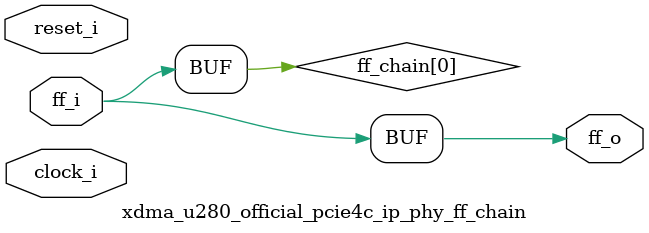
<source format=v>
/*****************************************************************************
** Description:
**    Flop Chain
**
******************************************************************************/

`timescale 1ps/1ps

`define AS_PHYREG(clk, reset, q, d, rstval)  \
   always @(posedge clk or posedge reset) begin \
      if (reset) \
         q  <= #(TCQ)   rstval;  \
      else  \
         q  <= #(TCQ)   d; \
   end

`define PHYREG(clk, reset, q, d, rstval)  \
   always @(posedge clk) begin \
      if (reset) \
         q  <= #(TCQ)   rstval;  \
      else  \
         q  <= #(TCQ)   d; \
   end

(* DowngradeIPIdentifiedWarnings = "yes" *)
module xdma_u280_official_pcie4c_ip_phy_ff_chain #(
   // Parameters
   parameter integer PIPELINE_STAGES   = 0,        // 0 = no pipeline; 1 = 1 stage; 2 = 2 stages; 3 = 3 stages
   parameter         ASYNC             = "FALSE",
   parameter integer FF_WIDTH          = 1,
   parameter integer RST_VAL           = 0,
   parameter integer TCQ               = 1
)  (   
   input  wire                         clock_i,          
   input  wire                         reset_i,           
   input  wire [FF_WIDTH-1:0]          ff_i,            
   output wire [FF_WIDTH-1:0]          ff_o        
   );

   genvar   var_i;

   reg   [FF_WIDTH-1:0]          ff_chain [PIPELINE_STAGES:0];

   always @(*) ff_chain[0] = ff_i;

generate
   if (PIPELINE_STAGES > 0) begin:  with_ff_chain
      for (var_i = 0; var_i < PIPELINE_STAGES; var_i = var_i + 1) begin: ff_chain_gen
         if (ASYNC == "TRUE") begin: async_rst
            `AS_PHYREG(clock_i, reset_i, ff_chain[var_i+1], ff_chain[var_i], RST_VAL)
         end else begin: sync_rst
            `PHYREG(clock_i, reset_i, ff_chain[var_i+1], ff_chain[var_i], RST_VAL)
         end
      end
   end
endgenerate

   assign ff_o = ff_chain[PIPELINE_STAGES];

endmodule

</source>
